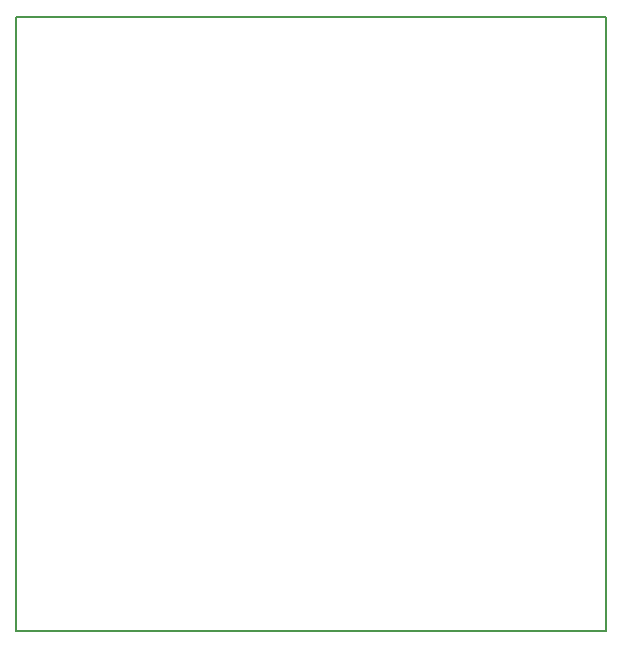
<source format=gko>
G04 #@! TF.FileFunction,Profile,NP*
%FSLAX46Y46*%
G04 Gerber Fmt 4.6, Leading zero omitted, Abs format (unit mm)*
G04 Created by KiCad (PCBNEW 4.0.0-rc1-stable) date 15.2.2016 17:04:43*
%MOMM*%
G01*
G04 APERTURE LIST*
%ADD10C,0.100000*%
%ADD11C,0.150000*%
G04 APERTURE END LIST*
D10*
D11*
X25000000Y26000000D02*
X-25000000Y26000000D01*
X25000000Y-26000000D02*
X25000000Y26000000D01*
X-25000000Y-26000000D02*
X25000000Y-26000000D01*
X-25000000Y26000000D02*
X-25000000Y-26000000D01*
M02*

</source>
